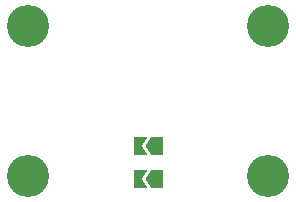
<source format=gbr>
%TF.GenerationSoftware,KiCad,Pcbnew,8.0.6-8.0.6-0~ubuntu22.04.1*%
%TF.CreationDate,2025-01-20T13:57:26-08:00*%
%TF.ProjectId,uv_abc_sensor,75765f61-6263-45f7-9365-6e736f722e6b,rev?*%
%TF.SameCoordinates,Original*%
%TF.FileFunction,Soldermask,Bot*%
%TF.FilePolarity,Negative*%
%FSLAX46Y46*%
G04 Gerber Fmt 4.6, Leading zero omitted, Abs format (unit mm)*
G04 Created by KiCad (PCBNEW 8.0.6-8.0.6-0~ubuntu22.04.1) date 2025-01-20 13:57:26*
%MOMM*%
%LPD*%
G01*
G04 APERTURE LIST*
G04 Aperture macros list*
%AMFreePoly0*
4,1,6,1.000000,0.000000,0.500000,-0.750000,-0.500000,-0.750000,-0.500000,0.750000,0.500000,0.750000,1.000000,0.000000,1.000000,0.000000,$1*%
%AMFreePoly1*
4,1,6,0.500000,-0.750000,-0.650000,-0.750000,-0.150000,0.000000,-0.650000,0.750000,0.500000,0.750000,0.500000,-0.750000,0.500000,-0.750000,$1*%
G04 Aperture macros list end*
%ADD10C,3.570000*%
%ADD11FreePoly0,180.000000*%
%ADD12FreePoly1,180.000000*%
G04 APERTURE END LIST*
D10*
%TO.C,M3*%
X73660000Y-66040000D03*
%TD*%
%TO.C,M2*%
X73660000Y-53340000D03*
%TD*%
%TO.C,M1*%
X53340000Y-53340000D03*
%TD*%
%TO.C,M4*%
X53340000Y-66040000D03*
%TD*%
D11*
%TO.C,JP2*%
X64225000Y-66294000D03*
D12*
X62775000Y-66294000D03*
%TD*%
D11*
%TO.C,JP1*%
X64225000Y-63500000D03*
D12*
X62775000Y-63500000D03*
%TD*%
M02*

</source>
